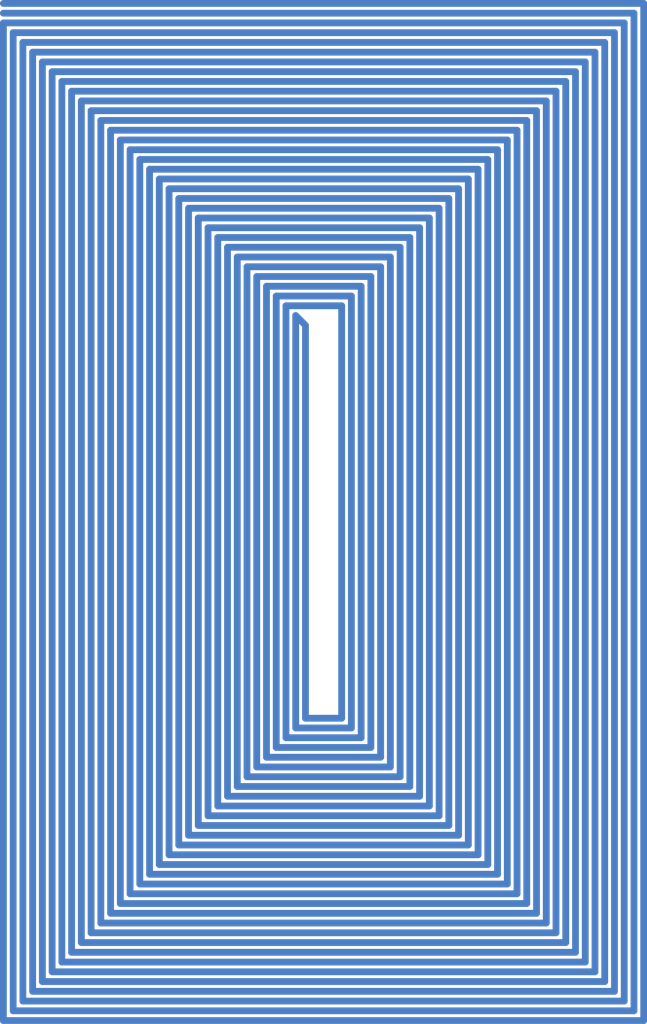
<source format=kicad_pcb>
(kicad_pcb (version 4) (host pcbnew 4.0.7-e2-6376~58~ubuntu14.04.1)

  (general
    (links 0)
    (no_connects 0)
    (area -0.445001 -0.445001 46.445002 73.445002)
    (thickness 1.6)
    (drawings 0)
    (tracks 129)
    (zones 0)
    (modules 0)
    (nets 1)
  )

  (page A4)
  (layers
    (0 F.Cu signal)
    (31 B.Cu signal)
    (32 B.Adhes user)
    (33 F.Adhes user)
    (34 B.Paste user)
    (35 F.Paste user)
    (36 B.SilkS user)
    (37 F.SilkS user)
    (38 B.Mask user)
    (39 F.Mask user)
    (40 Dwgs.User user)
    (41 Cmts.User user)
    (42 Eco1.User user)
    (43 Eco2.User user)
    (44 Edge.Cuts user)
    (45 Margin user)
    (46 B.CrtYd user)
    (47 F.CrtYd user)
    (48 B.Fab user)
    (49 F.Fab user)
  )

  (setup
    (last_trace_width 0.25)
    (trace_clearance 0.2)
    (zone_clearance 0.508)
    (zone_45_only no)
    (trace_min 0.2)
    (segment_width 0.2)
    (edge_width 0.15)
    (via_size 0.6)
    (via_drill 0.4)
    (via_min_size 0.4)
    (via_min_drill 0.3)
    (uvia_size 0.3)
    (uvia_drill 0.1)
    (uvias_allowed no)
    (uvia_min_size 0.2)
    (uvia_min_drill 0.1)
    (pcb_text_width 0.3)
    (pcb_text_size 1.5 1.5)
    (mod_edge_width 0.15)
    (mod_text_size 1 1)
    (mod_text_width 0.15)
    (pad_size 1.524 1.524)
    (pad_drill 0.762)
    (pad_to_mask_clearance 0.2)
    (aux_axis_origin 0 0)
    (visible_elements FFFFFF7F)
    (pcbplotparams
      (layerselection 0x00030_80000001)
      (usegerberextensions false)
      (excludeedgelayer true)
      (linewidth 0.100000)
      (plotframeref false)
      (viasonmask false)
      (mode 1)
      (useauxorigin false)
      (hpglpennumber 1)
      (hpglpenspeed 20)
      (hpglpendiameter 15)
      (hpglpenoverlay 2)
      (psnegative false)
      (psa4output false)
      (plotreference true)
      (plotvalue true)
      (plotinvisibletext false)
      (padsonsilk false)
      (subtractmaskfromsilk false)
      (outputformat 1)
      (mirror false)
      (drillshape 1)
      (scaleselection 1)
      (outputdirectory ""))
  )

  (net 0 "")

  (net_class Default "This is the default net class."
    (clearance 0.2)
    (trace_width 0.25)
    (via_dia 0.6)
    (via_drill 0.4)
    (uvia_dia 0.3)
    (uvia_drill 0.1)
  )

  (segment (start 17.5 55.5) (end 17.5 18.9) (width 0.49) (layer B.Cu) (net 0))
  (segment (start 16.8 56.2) (end 16.8 18.2) (width 0.49) (layer B.Cu) (net 0))
  (segment (start 21.7 23.1) (end 21 22.4) (width 0.49) (layer B.Cu) (net 0))
  (segment (start 0 0) (end 46 0) (width 0.49) (layer B.Cu) (net 0))
  (segment (start 46 0) (end 46 73) (width 0.49) (layer B.Cu) (net 0))
  (segment (start 46 73) (end 0 73) (width 0.49) (layer B.Cu) (net 0))
  (segment (start 0 73) (end 0 1.4) (width 0.49) (layer B.Cu) (net 0))
  (segment (start 0 0.7) (end 45.3 0.7) (width 0.49) (layer B.Cu) (net 0))
  (segment (start 45.3 0.7) (end 45.3 72.3) (width 0.49) (layer B.Cu) (net 0))
  (segment (start 45.3 72.3) (end 0.7 72.3) (width 0.49) (layer B.Cu) (net 0))
  (segment (start 0.7 72.3) (end 0.7 2.1) (width 0.49) (layer B.Cu) (net 0))
  (segment (start 0 1.4) (end 44.6 1.4) (width 0.49) (layer B.Cu) (net 0))
  (segment (start 44.6 1.4) (end 44.6 71.6) (width 0.49) (layer B.Cu) (net 0))
  (segment (start 44.6 71.6) (end 1.4 71.6) (width 0.49) (layer B.Cu) (net 0))
  (segment (start 1.4 71.6) (end 1.4 2.8) (width 0.49) (layer B.Cu) (net 0))
  (segment (start 0.7 2.1) (end 43.9 2.1) (width 0.49) (layer B.Cu) (net 0))
  (segment (start 43.9 2.1) (end 43.9 70.9) (width 0.49) (layer B.Cu) (net 0))
  (segment (start 43.9 70.9) (end 2.1 70.9) (width 0.49) (layer B.Cu) (net 0))
  (segment (start 2.1 70.9) (end 2.1 3.5) (width 0.49) (layer B.Cu) (net 0))
  (segment (start 1.4 2.8) (end 43.2 2.8) (width 0.49) (layer B.Cu) (net 0))
  (segment (start 43.2 2.8) (end 43.2 70.2) (width 0.49) (layer B.Cu) (net 0))
  (segment (start 43.2 70.2) (end 2.8 70.2) (width 0.49) (layer B.Cu) (net 0))
  (segment (start 2.8 70.2) (end 2.8 4.2) (width 0.49) (layer B.Cu) (net 0))
  (segment (start 2.1 3.5) (end 42.5 3.5) (width 0.49) (layer B.Cu) (net 0))
  (segment (start 42.5 3.5) (end 42.5 69.5) (width 0.49) (layer B.Cu) (net 0))
  (segment (start 42.5 69.5) (end 3.5 69.5) (width 0.49) (layer B.Cu) (net 0))
  (segment (start 3.5 69.5) (end 3.5 4.9) (width 0.49) (layer B.Cu) (net 0))
  (segment (start 2.8 4.2) (end 41.8 4.2) (width 0.49) (layer B.Cu) (net 0))
  (segment (start 41.8 4.2) (end 41.8 68.8) (width 0.49) (layer B.Cu) (net 0))
  (segment (start 41.8 68.8) (end 4.2 68.8) (width 0.49) (layer B.Cu) (net 0))
  (segment (start 4.2 68.8) (end 4.2 5.6) (width 0.49) (layer B.Cu) (net 0))
  (segment (start 3.5 4.9) (end 41.1 4.9) (width 0.49) (layer B.Cu) (net 0))
  (segment (start 41.1 4.9) (end 41.1 68.1) (width 0.49) (layer B.Cu) (net 0))
  (segment (start 41.1 68.1) (end 4.9 68.1) (width 0.49) (layer B.Cu) (net 0))
  (segment (start 4.9 68.1) (end 4.9 6.3) (width 0.49) (layer B.Cu) (net 0))
  (segment (start 4.2 5.6) (end 40.4 5.6) (width 0.49) (layer B.Cu) (net 0))
  (segment (start 40.4 5.6) (end 40.4 67.4) (width 0.49) (layer B.Cu) (net 0))
  (segment (start 40.4 67.4) (end 5.6 67.4) (width 0.49) (layer B.Cu) (net 0))
  (segment (start 5.6 67.4) (end 5.6 7) (width 0.49) (layer B.Cu) (net 0))
  (segment (start 4.9 6.3) (end 39.7 6.3) (width 0.49) (layer B.Cu) (net 0))
  (segment (start 39.7 6.3) (end 39.7 66.7) (width 0.49) (layer B.Cu) (net 0))
  (segment (start 39.7 66.7) (end 6.3 66.7) (width 0.49) (layer B.Cu) (net 0))
  (segment (start 6.3 66.7) (end 6.3 7.7) (width 0.49) (layer B.Cu) (net 0))
  (segment (start 5.6 7) (end 39 7) (width 0.49) (layer B.Cu) (net 0))
  (segment (start 39 7) (end 39 66) (width 0.49) (layer B.Cu) (net 0))
  (segment (start 39 66) (end 7 66) (width 0.49) (layer B.Cu) (net 0))
  (segment (start 7 66) (end 7 8.4) (width 0.49) (layer B.Cu) (net 0))
  (segment (start 6.3 7.7) (end 38.3 7.7) (width 0.49) (layer B.Cu) (net 0))
  (segment (start 38.3 7.7) (end 38.3 65.3) (width 0.49) (layer B.Cu) (net 0))
  (segment (start 38.3 65.3) (end 7.7 65.3) (width 0.49) (layer B.Cu) (net 0))
  (segment (start 7.7 65.3) (end 7.7 9.1) (width 0.49) (layer B.Cu) (net 0))
  (segment (start 7 8.4) (end 37.6 8.4) (width 0.49) (layer B.Cu) (net 0))
  (segment (start 37.6 8.4) (end 37.6 64.6) (width 0.49) (layer B.Cu) (net 0))
  (segment (start 37.6 64.6) (end 8.4 64.6) (width 0.49) (layer B.Cu) (net 0))
  (segment (start 8.4 64.6) (end 8.4 9.8) (width 0.49) (layer B.Cu) (net 0))
  (segment (start 7.7 9.1) (end 36.9 9.1) (width 0.49) (layer B.Cu) (net 0))
  (segment (start 36.9 9.1) (end 36.9 63.9) (width 0.49) (layer B.Cu) (net 0))
  (segment (start 36.9 63.9) (end 9.1 63.9) (width 0.49) (layer B.Cu) (net 0))
  (segment (start 9.1 63.9) (end 9.1 10.5) (width 0.49) (layer B.Cu) (net 0))
  (segment (start 8.4 9.8) (end 36.2 9.8) (width 0.49) (layer B.Cu) (net 0))
  (segment (start 36.2 9.8) (end 36.2 63.2) (width 0.49) (layer B.Cu) (net 0))
  (segment (start 36.2 63.2) (end 9.8 63.2) (width 0.49) (layer B.Cu) (net 0))
  (segment (start 9.8 63.2) (end 9.8 11.2) (width 0.49) (layer B.Cu) (net 0))
  (segment (start 9.1 10.5) (end 35.5 10.5) (width 0.49) (layer B.Cu) (net 0))
  (segment (start 35.5 10.5) (end 35.5 62.5) (width 0.49) (layer B.Cu) (net 0))
  (segment (start 35.5 62.5) (end 10.5 62.5) (width 0.49) (layer B.Cu) (net 0))
  (segment (start 10.5 62.5) (end 10.5 11.9) (width 0.49) (layer B.Cu) (net 0))
  (segment (start 9.8 11.2) (end 34.8 11.2) (width 0.49) (layer B.Cu) (net 0))
  (segment (start 34.8 11.2) (end 34.8 61.8) (width 0.49) (layer B.Cu) (net 0))
  (segment (start 34.8 61.8) (end 11.2 61.8) (width 0.49) (layer B.Cu) (net 0))
  (segment (start 11.2 61.8) (end 11.2 12.6) (width 0.49) (layer B.Cu) (net 0))
  (segment (start 10.5 11.9) (end 34.1 11.9) (width 0.49) (layer B.Cu) (net 0))
  (segment (start 34.1 11.9) (end 34.1 61.1) (width 0.49) (layer B.Cu) (net 0))
  (segment (start 34.1 61.1) (end 11.9 61.1) (width 0.49) (layer B.Cu) (net 0))
  (segment (start 11.9 61.1) (end 11.9 13.3) (width 0.49) (layer B.Cu) (net 0))
  (segment (start 11.2 12.6) (end 33.4 12.6) (width 0.49) (layer B.Cu) (net 0))
  (segment (start 33.4 12.6) (end 33.4 60.4) (width 0.49) (layer B.Cu) (net 0))
  (segment (start 33.4 60.4) (end 12.6 60.4) (width 0.49) (layer B.Cu) (net 0))
  (segment (start 12.6 60.4) (end 12.6 14) (width 0.49) (layer B.Cu) (net 0))
  (segment (start 11.9 13.3) (end 32.7 13.3) (width 0.49) (layer B.Cu) (net 0))
  (segment (start 32.7 13.3) (end 32.7 59.7) (width 0.49) (layer B.Cu) (net 0))
  (segment (start 32.7 59.7) (end 13.3 59.7) (width 0.49) (layer B.Cu) (net 0))
  (segment (start 13.3 59.7) (end 13.3 14.7) (width 0.49) (layer B.Cu) (net 0))
  (segment (start 12.6 14) (end 32 14) (width 0.49) (layer B.Cu) (net 0))
  (segment (start 32 14) (end 32 59) (width 0.49) (layer B.Cu) (net 0))
  (segment (start 32 59) (end 14 59) (width 0.49) (layer B.Cu) (net 0))
  (segment (start 14 59) (end 14 15.4) (width 0.49) (layer B.Cu) (net 0))
  (segment (start 13.3 14.7) (end 31.3 14.7) (width 0.49) (layer B.Cu) (net 0))
  (segment (start 31.3 14.7) (end 31.3 58.3) (width 0.49) (layer B.Cu) (net 0))
  (segment (start 31.3 58.3) (end 14.7 58.3) (width 0.49) (layer B.Cu) (net 0))
  (segment (start 14.7 58.3) (end 14.7 16.1) (width 0.49) (layer B.Cu) (net 0))
  (segment (start 14 15.4) (end 30.6 15.4) (width 0.49) (layer B.Cu) (net 0))
  (segment (start 30.6 15.4) (end 30.6 57.6) (width 0.49) (layer B.Cu) (net 0))
  (segment (start 30.6 57.6) (end 15.4 57.6) (width 0.49) (layer B.Cu) (net 0))
  (segment (start 15.4 57.6) (end 15.4 16.8) (width 0.49) (layer B.Cu) (net 0))
  (segment (start 14.7 16.1) (end 29.9 16.1) (width 0.49) (layer B.Cu) (net 0))
  (segment (start 29.9 16.1) (end 29.9 56.9) (width 0.49) (layer B.Cu) (net 0))
  (segment (start 29.9 56.9) (end 16.1 56.9) (width 0.49) (layer B.Cu) (net 0))
  (segment (start 16.1 56.9) (end 16.1 17.5) (width 0.49) (layer B.Cu) (net 0))
  (segment (start 15.4 16.8) (end 29.2 16.8) (width 0.49) (layer B.Cu) (net 0))
  (segment (start 29.2 16.8) (end 29.2 56.2) (width 0.49) (layer B.Cu) (net 0))
  (segment (start 29.2 56.2) (end 16.8 56.2) (width 0.49) (layer B.Cu) (net 0))
  (segment (start 16.1 17.5) (end 28.5 17.5) (width 0.49) (layer B.Cu) (net 0))
  (segment (start 28.5 17.5) (end 28.5 55.5) (width 0.49) (layer B.Cu) (net 0))
  (segment (start 28.5 55.5) (end 17.5 55.5) (width 0.49) (layer B.Cu) (net 0))
  (segment (start 16.8 18.2) (end 27.8 18.2) (width 0.49) (layer B.Cu) (net 0))
  (segment (start 27.8 18.2) (end 27.8 54.8) (width 0.49) (layer B.Cu) (net 0))
  (segment (start 27.8 54.8) (end 18.2 54.8) (width 0.49) (layer B.Cu) (net 0))
  (segment (start 18.2 54.8) (end 18.2 19.6) (width 0.49) (layer B.Cu) (net 0))
  (segment (start 17.5 18.9) (end 27.1 18.9) (width 0.49) (layer B.Cu) (net 0))
  (segment (start 27.1 18.9) (end 27.1 54.1) (width 0.49) (layer B.Cu) (net 0))
  (segment (start 27.1 54.1) (end 18.9 54.1) (width 0.49) (layer B.Cu) (net 0))
  (segment (start 18.9 54.1) (end 18.9 20.3) (width 0.49) (layer B.Cu) (net 0))
  (segment (start 18.2 19.6) (end 26.4 19.6) (width 0.49) (layer B.Cu) (net 0))
  (segment (start 26.4 19.6) (end 26.4 53.4) (width 0.49) (layer B.Cu) (net 0))
  (segment (start 26.4 53.4) (end 19.6 53.4) (width 0.49) (layer B.Cu) (net 0))
  (segment (start 19.6 53.4) (end 19.6 21) (width 0.49) (layer B.Cu) (net 0))
  (segment (start 18.9 20.3) (end 25.7 20.3) (width 0.49) (layer B.Cu) (net 0))
  (segment (start 25.7 20.3) (end 25.7 52.7) (width 0.49) (layer B.Cu) (net 0))
  (segment (start 25.7 52.7) (end 20.3 52.7) (width 0.49) (layer B.Cu) (net 0))
  (segment (start 20.3 52.7) (end 20.3 21.7) (width 0.49) (layer B.Cu) (net 0))
  (segment (start 19.6 21) (end 25 21) (width 0.49) (layer B.Cu) (net 0))
  (segment (start 25 21) (end 25 52) (width 0.49) (layer B.Cu) (net 0))
  (segment (start 25 52) (end 21 52) (width 0.49) (layer B.Cu) (net 0))
  (segment (start 21 52) (end 21 22.4) (width 0.49) (layer B.Cu) (net 0))
  (segment (start 20.3 21.7) (end 24.3 21.7) (width 0.49) (layer B.Cu) (net 0))
  (segment (start 24.3 21.7) (end 24.3 51.3) (width 0.49) (layer B.Cu) (net 0))
  (segment (start 24.3 51.3) (end 21.7 51.3) (width 0.49) (layer B.Cu) (net 0))
  (segment (start 21.7 51.3) (end 21.7 23.1) (width 0.49) (layer B.Cu) (net 0))

)

</source>
